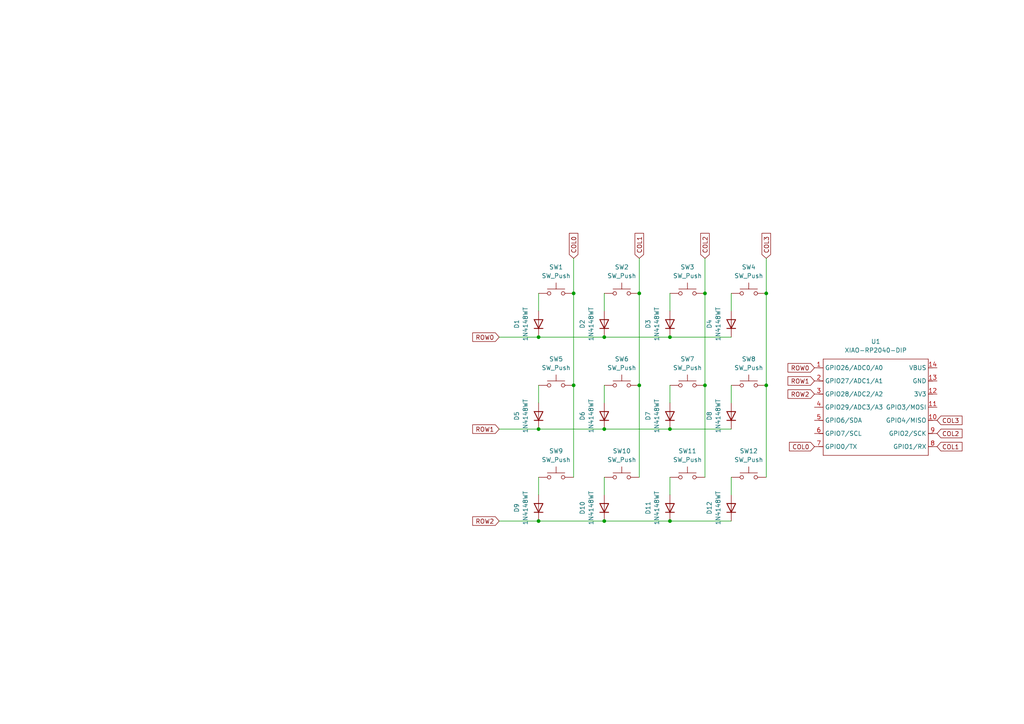
<source format=kicad_sch>
(kicad_sch (version 20250114) (generator "eeschema") (generator_version "9.0")
  (paper "A4")
  (lib_symbols
    (symbol "Diode:1N4148WT" (pin_numbers (hide yes)) (pin_names (hide yes))
      (property "Reference" "D" (at 0 2.54 0))
      (property "Value" "1N4148WT" (at 0 -2.54 0))
      (symbol "1N4148WT_0_1"
        (polyline (pts (xy -1.27 1.27) (xy -1.27 -1.27)) (stroke (width 0.254)))
        (polyline (pts (xy 1.27 1.27) (xy 1.27 -1.27) (xy -1.27 0) (xy 1.27 1.27)) (stroke (width 0.254)))
        (polyline (pts (xy 1.27 0) (xy -1.27 0)))
      )
      (symbol "1N4148WT_1_1"
        (pin passive line (at -3.81 0 0) (length 2.54) (name "K") (number "1"))
        (pin passive line (at 3.81 0 180) (length 2.54) (name "A") (number "2"))
      )
    )
    (symbol "Seeed_Studio_XIAO_Series:XIAO-RP2040-DIP"
      (property "Reference" "U" (at 0 0 0))
      (property "Value" "XIAO-RP2040-DIP" (at 5.334 -1.778 0))
      (symbol "XIAO-RP2040-DIP_1_0"
        (polyline (pts (xy -1.27 -2.54) (xy 29.21 -2.54)) (stroke (width 0.1524)))
        (polyline (pts (xy -1.27 -5.08) (xy -2.54 -5.08)) (stroke (width 0.1524)))
        (polyline (pts (xy -1.27 -5.08) (xy -1.27 -2.54)) (stroke (width 0.1524)))
        (polyline (pts (xy -1.27 -8.89) (xy -2.54 -8.89)) (stroke (width 0.1524)))
        (polyline (pts (xy -1.27 -8.89) (xy -1.27 -5.08)) (stroke (width 0.1524)))
        (polyline (pts (xy -1.27 -12.7) (xy -2.54 -12.7)) (stroke (width 0.1524)))
        (polyline (pts (xy -1.27 -12.7) (xy -1.27 -8.89)) (stroke (width 0.1524)))
        (polyline (pts (xy -1.27 -16.51) (xy -2.54 -16.51)) (stroke (width 0.1524)))
        (polyline (pts (xy -1.27 -16.51) (xy -1.27 -12.7)) (stroke (width 0.1524)))
        (polyline (pts (xy -1.27 -20.32) (xy -2.54 -20.32)) (stroke (width 0.1524)))
        (polyline (pts (xy -1.27 -24.13) (xy -2.54 -24.13)) (stroke (width 0.1524)))
        (polyline (pts (xy -1.27 -27.94) (xy -2.54 -27.94)) (stroke (width 0.1524)))
        (polyline (pts (xy -1.27 -30.48) (xy -1.27 -16.51)) (stroke (width 0.1524)))
        (polyline (pts (xy 29.21 -2.54) (xy 29.21 -5.08)) (stroke (width 0.1524)))
        (polyline (pts (xy 29.21 -5.08) (xy 29.21 -8.89)) (stroke (width 0.1524)))
        (polyline (pts (xy 29.21 -8.89) (xy 29.21 -12.7)) (stroke (width 0.1524)))
        (polyline (pts (xy 29.21 -12.7) (xy 29.21 -30.48)) (stroke (width 0.1524)))
        (polyline (pts (xy 29.21 -30.48) (xy -1.27 -30.48)) (stroke (width 0.1524)))
        (polyline (pts (xy 30.48 -5.08) (xy 29.21 -5.08)) (stroke (width 0.1524)))
        (polyline (pts (xy 30.48 -8.89) (xy 29.21 -8.89)) (stroke (width 0.1524)))
        (polyline (pts (xy 30.48 -12.7) (xy 29.21 -12.7)) (stroke (width 0.1524)))
        (polyline (pts (xy 30.48 -16.51) (xy 29.21 -16.51)) (stroke (width 0.1524)))
        (polyline (pts (xy 30.48 -20.32) (xy 29.21 -20.32)) (stroke (width 0.1524)))
        (polyline (pts (xy 30.48 -24.13) (xy 29.21 -24.13)) (stroke (width 0.1524)))
        (polyline (pts (xy 30.48 -27.94) (xy 29.21 -27.94)) (stroke (width 0.1524)))
        (pin passive line (at -3.81 -5.08 0) (length 2.54) (name "GPIO26/ADC0/A0") (number "1"))
        (pin passive line (at -3.81 -8.89 0) (length 2.54) (name "GPIO27/ADC1/A1") (number "2"))
        (pin passive line (at -3.81 -12.7 0) (length 2.54) (name "GPIO28/ADC2/A2") (number "3"))
        (pin passive line (at -3.81 -16.51 0) (length 2.54) (name "GPIO29/ADC3/A3") (number "4"))
        (pin passive line (at -3.81 -20.32 0) (length 2.54) (name "GPIO6/SDA") (number "5"))
        (pin passive line (at -3.81 -24.13 0) (length 2.54) (name "GPIO7/SCL") (number "6"))
        (pin passive line (at -3.81 -27.94 0) (length 2.54) (name "GPIO0/TX") (number "7"))
        (pin passive line (at 31.75 -5.08 180) (length 2.54) (name "VBUS") (number "14"))
        (pin passive line (at 31.75 -8.89 180) (length 2.54) (name "GND") (number "13"))
        (pin passive line (at 31.75 -12.7 180) (length 2.54) (name "3V3") (number "12"))
        (pin passive line (at 31.75 -16.51 180) (length 2.54) (name "GPIO3/MOSI") (number "11"))
        (pin passive line (at 31.75 -20.32 180) (length 2.54) (name "GPIO4/MISO") (number "10"))
        (pin passive line (at 31.75 -24.13 180) (length 2.54) (name "GPIO2/SCK") (number "9"))
        (pin passive line (at 31.75 -27.94 180) (length 2.54) (name "GPIO1/RX") (number "8"))
      )
    )
    (symbol "Switch:SW_Push" (pin_numbers (hide yes)) (pin_names (offset 1.016) (hide yes))
      (property "Reference" "SW" (at 1.27 2.54 0))
      (property "Value" "SW_Push" (at 0 -1.524 0))
      (symbol "SW_Push_0_1"
        (circle (center -2.032 0) (radius 0.508))
        (polyline (pts (xy 0 1.27) (xy 0 3.048)))
        (circle (center 2.032 0) (radius 0.508))
        (polyline (pts (xy 2.54 1.27) (xy -2.54 1.27)))
        (pin passive line (at -5.08 0 0) (length 2.54) (name "1") (number "1"))
        (pin passive line (at 5.08 0 180) (length 2.54) (name "2") (number "2"))
      )
    )
  )
  (junction (at 204.47 111.76))
  (junction (at 204.47 85.09))
  (junction (at 175.26 97.79))
  (junction (at 166.37 111.76))
  (junction (at 194.31 124.46))
  (junction (at 185.42 85.09))
  (junction (at 175.26 124.46))
  (junction (at 156.21 97.79))
  (junction (at 175.26 151.13))
  (junction (at 166.37 85.09))
  (junction (at 194.31 97.79))
  (junction (at 156.21 124.46))
  (junction (at 156.21 151.13))
  (junction (at 185.42 111.76))
  (junction (at 222.25 85.09))
  (junction (at 194.31 151.13))
  (junction (at 222.25 111.76))
  (wire (pts (xy 144.78 124.46) (xy 156.21 124.46)))
  (wire (pts (xy 185.42 85.09) (xy 185.42 111.76)))
  (wire (pts (xy 156.21 151.13) (xy 175.26 151.13)))
  (wire (pts (xy 166.37 85.09) (xy 166.37 111.76)))
  (wire (pts (xy 156.21 138.43) (xy 156.21 143.51)))
  (wire (pts (xy 204.47 85.09) (xy 204.47 111.76)))
  (wire (pts (xy 156.21 97.79) (xy 175.26 97.79)))
  (wire (pts (xy 166.37 111.76) (xy 166.37 138.43)))
  (wire (pts (xy 194.31 124.46) (xy 212.09 124.46)))
  (wire (pts (xy 175.26 124.46) (xy 194.31 124.46)))
  (wire (pts (xy 185.42 111.76) (xy 185.42 138.43)))
  (wire (pts (xy 166.37 74.93) (xy 166.37 85.09)))
  (wire (pts (xy 194.31 138.43) (xy 194.31 143.51)))
  (wire (pts (xy 212.09 111.76) (xy 212.09 116.84)))
  (wire (pts (xy 222.25 74.93) (xy 222.25 85.09)))
  (wire (pts (xy 175.26 97.79) (xy 194.31 97.79)))
  (wire (pts (xy 194.31 111.76) (xy 194.31 116.84)))
  (wire (pts (xy 212.09 85.09) (xy 212.09 90.17)))
  (wire (pts (xy 156.21 85.09) (xy 156.21 90.17)))
  (wire (pts (xy 175.26 111.76) (xy 175.26 116.84)))
  (wire (pts (xy 194.31 97.79) (xy 212.09 97.79)))
  (wire (pts (xy 222.25 85.09) (xy 222.25 111.76)))
  (wire (pts (xy 185.42 74.93) (xy 185.42 85.09)))
  (wire (pts (xy 175.26 151.13) (xy 194.31 151.13)))
  (wire (pts (xy 194.31 151.13) (xy 212.09 151.13)))
  (wire (pts (xy 156.21 124.46) (xy 175.26 124.46)))
  (wire (pts (xy 194.31 85.09) (xy 194.31 90.17)))
  (wire (pts (xy 204.47 74.93) (xy 204.47 85.09)))
  (wire (pts (xy 222.25 111.76) (xy 222.25 138.43)))
  (wire (pts (xy 144.78 97.79) (xy 156.21 97.79)))
  (wire (pts (xy 156.21 111.76) (xy 156.21 116.84)))
  (wire (pts (xy 144.78 151.13) (xy 156.21 151.13)))
  (wire (pts (xy 175.26 138.43) (xy 175.26 143.51)))
  (wire (pts (xy 204.47 111.76) (xy 204.47 138.43)))
  (wire (pts (xy 212.09 138.43) (xy 212.09 143.51)))
  (wire (pts (xy 175.26 85.09) (xy 175.26 90.17)))
  (global_label "COL2" (shape input) (at 271.78 125.73 0) (property "Intersheetrefs" "${INTERSHEET_REFS}" (effects (hide yes))))
  (global_label "COL2" (shape input) (at 204.47 74.93 90) (property "Intersheetrefs" "${INTERSHEET_REFS}" (effects (hide yes))))
  (global_label "ROW2" (shape input) (at 144.78 151.13 180) (property "Intersheetrefs" "${INTERSHEET_REFS}" (effects (hide yes))))
  (global_label "ROW0" (shape input) (at 144.78 97.79 180) (property "Intersheetrefs" "${INTERSHEET_REFS}" (effects (hide yes))))
  (global_label "COL1" (shape input) (at 185.42 74.93 90) (property "Intersheetrefs" "${INTERSHEET_REFS}" (effects (hide yes))))
  (global_label "COL0" (shape input) (at 236.22 129.54 180) (property "Intersheetrefs" "${INTERSHEET_REFS}" (effects (hide yes))))
  (global_label "COL1" (shape input) (at 271.78 129.54 0) (property "Intersheetrefs" "${INTERSHEET_REFS}" (effects (hide yes))))
  (global_label "COL3" (shape input) (at 222.25 74.93 90) (property "Intersheetrefs" "${INTERSHEET_REFS}" (effects (hide yes))))
  (global_label "ROW1" (shape input) (at 144.78 124.46 180) (property "Intersheetrefs" "${INTERSHEET_REFS}" (effects (hide yes))))
  (global_label "COL0" (shape input) (at 166.37 74.93 90) (property "Intersheetrefs" "${INTERSHEET_REFS}" (effects (hide yes))))
  (global_label "ROW0" (shape input) (at 236.22 106.68 180) (property "Intersheetrefs" "${INTERSHEET_REFS}" (effects (hide yes))))
  (global_label "ROW2" (shape input) (at 236.22 114.3 180) (property "Intersheetrefs" "${INTERSHEET_REFS}" (effects (hide yes))))
  (global_label "COL3" (shape input) (at 271.78 121.92 0) (property "Intersheetrefs" "${INTERSHEET_REFS}" (effects (hide yes))))
  (global_label "ROW1" (shape input) (at 236.22 110.49 180) (property "Intersheetrefs" "${INTERSHEET_REFS}" (effects (hide yes))))
  (symbol (lib_id "Switch:SW_Push") (at 199.39 111.76 0) (unit 1)
    (property "Reference" "SW7" (at 199.39 104.14 0))
    (property "Value" "SW_Push" (at 199.39 106.68 0))
    (property "Footprint" "Button_Switch_Keyboard:SW_Cherry_MX_1.00u_PCB" (effects (hide yes)))
    (property "Description" "Push button switch, generic, two pins" (effects (hide yes)))
  )
  (symbol (lib_id "Switch:SW_Push") (at 180.34 138.43 0) (unit 1)
    (property "Reference" "SW10" (at 180.34 130.81 0))
    (property "Value" "SW_Push" (at 180.34 133.35 0))
    (property "Footprint" "Button_Switch_Keyboard:SW_Cherry_MX_1.00u_PCB" (effects (hide yes)))
    (property "Description" "Push button switch, generic, two pins" (effects (hide yes)))
  )
  (symbol (lib_id "Switch:SW_Push") (at 161.29 111.76 0) (unit 1)
    (property "Reference" "SW5" (at 161.29 104.14 0))
    (property "Value" "SW_Push" (at 161.29 106.68 0))
    (property "Footprint" "Button_Switch_Keyboard:SW_Cherry_MX_1.00u_PCB" (effects (hide yes)))
    (property "Description" "Push button switch, generic, two pins" (effects (hide yes)))
  )
  (symbol (lib_id "Switch:SW_Push") (at 180.34 85.09 0) (unit 1)
    (property "Reference" "SW2" (at 180.34 77.47 0))
    (property "Value" "SW_Push" (at 180.34 80.01 0))
    (property "Footprint" "Button_Switch_Keyboard:SW_Cherry_MX_1.00u_PCB" (effects (hide yes)))
    (property "Description" "Push button switch, generic, two pins" (effects (hide yes)))
  )
  (symbol (lib_id "Switch:SW_Push") (at 199.39 85.09 0) (unit 1)
    (property "Reference" "SW3" (at 199.39 77.47 0))
    (property "Value" "SW_Push" (at 199.39 80.01 0))
    (property "Footprint" "Button_Switch_Keyboard:SW_Cherry_MX_1.00u_PCB" (effects (hide yes)))
    (property "Description" "Push button switch, generic, two pins" (effects (hide yes)))
  )
  (symbol (lib_id "Switch:SW_Push") (at 217.17 138.43 0) (unit 1)
    (property "Reference" "SW12" (at 217.17 130.81 0))
    (property "Value" "SW_Push" (at 217.17 133.35 0))
    (property "Footprint" "Button_Switch_Keyboard:SW_Cherry_MX_1.00u_PCB" (effects (hide yes)))
    (property "Description" "Push button switch, generic, two pins" (effects (hide yes)))
  )
  (symbol (lib_id "Switch:SW_Push") (at 217.17 85.09 0) (unit 1)
    (property "Reference" "SW4" (at 217.17 77.47 0))
    (property "Value" "SW_Push" (at 217.17 80.01 0))
    (property "Footprint" "Button_Switch_Keyboard:SW_Cherry_MX_1.00u_PCB" (effects (hide yes)))
    (property "Description" "Push button switch, generic, two pins" (effects (hide yes)))
  )
  (symbol (lib_id "Switch:SW_Push") (at 161.29 85.09 0) (unit 1)
    (property "Reference" "SW1" (at 161.29 77.47 0))
    (property "Value" "SW_Push" (at 161.29 80.01 0))
    (property "Footprint" "Button_Switch_Keyboard:SW_Cherry_MX_1.00u_PCB" (effects (hide yes)))
    (property "Description" "Push button switch, generic, two pins" (effects (hide yes)))
  )
  (symbol (lib_id "Switch:SW_Push") (at 161.29 138.43 0) (unit 1)
    (property "Reference" "SW9" (at 161.29 130.81 0))
    (property "Value" "SW_Push" (at 161.29 133.35 0))
    (property "Footprint" "Button_Switch_Keyboard:SW_Cherry_MX_1.00u_PCB" (effects (hide yes)))
    (property "Description" "Push button switch, generic, two pins" (effects (hide yes)))
  )
  (symbol (lib_id "Diode:1N4148WT") (at 175.26 120.65 90) (unit 1)
    (property "Reference" "D6" (at 168.91 120.65 0))
    (property "Value" "1N4148WT" (at 171.45 120.65 0))
    (property "Footprint" "Diode_SMD:D_SOD-123" (effects (hide yes)))
    (property "Datasheet" "https://www.diodes.com/assets/Datasheets/ds30396.pdf" (effects (hide yes)))
    (property "Description" "75V 0.15A Fast switching Diode, SOD-523" (effects (hide yes)))
    (property "Sim.Device" "D" (effects (hide yes)))
    (property "Sim.Pins" "1=K 2=A" (effects (hide yes)))
  )
  (symbol (lib_id "Diode:1N4148WT") (at 175.26 147.32 90) (unit 1)
    (property "Reference" "D10" (at 168.91 147.32 0))
    (property "Value" "1N4148WT" (at 171.45 147.32 0))
    (property "Footprint" "Diode_SMD:D_SOD-123" (effects (hide yes)))
    (property "Datasheet" "https://www.diodes.com/assets/Datasheets/ds30396.pdf" (effects (hide yes)))
    (property "Description" "75V 0.15A Fast switching Diode, SOD-523" (effects (hide yes)))
    (property "Sim.Device" "D" (effects (hide yes)))
    (property "Sim.Pins" "1=K 2=A" (effects (hide yes)))
  )
  (symbol (lib_id "Switch:SW_Push") (at 180.34 111.76 0) (unit 1)
    (property "Reference" "SW6" (at 180.34 104.14 0))
    (property "Value" "SW_Push" (at 180.34 106.68 0))
    (property "Footprint" "Button_Switch_Keyboard:SW_Cherry_MX_1.00u_PCB" (effects (hide yes)))
    (property "Description" "Push button switch, generic, two pins" (effects (hide yes)))
  )
  (symbol (lib_id "Diode:1N4148WT") (at 156.21 120.65 90) (unit 1)
    (property "Reference" "D5" (at 149.86 120.65 0))
    (property "Value" "1N4148WT" (at 152.4 120.65 0))
    (property "Footprint" "Diode_SMD:D_SOD-123" (effects (hide yes)))
    (property "Datasheet" "https://www.diodes.com/assets/Datasheets/ds30396.pdf" (effects (hide yes)))
    (property "Description" "75V 0.15A Fast switching Diode, SOD-523" (effects (hide yes)))
    (property "Sim.Device" "D" (effects (hide yes)))
    (property "Sim.Pins" "1=K 2=A" (effects (hide yes)))
  )
  (symbol (lib_id "Switch:SW_Push") (at 199.39 138.43 0) (unit 1)
    (property "Reference" "SW11" (at 199.39 130.81 0))
    (property "Value" "SW_Push" (at 199.39 133.35 0))
    (property "Footprint" "Button_Switch_Keyboard:SW_Cherry_MX_1.00u_PCB" (effects (hide yes)))
    (property "Description" "Push button switch, generic, two pins" (effects (hide yes)))
  )
  (symbol (lib_id "Diode:1N4148WT") (at 212.09 147.32 90) (unit 1)
    (property "Reference" "D12" (at 205.74 147.32 0))
    (property "Value" "1N4148WT" (at 208.28 147.32 0))
    (property "Footprint" "Diode_SMD:D_SOD-123" (effects (hide yes)))
    (property "Datasheet" "https://www.diodes.com/assets/Datasheets/ds30396.pdf" (effects (hide yes)))
    (property "Description" "75V 0.15A Fast switching Diode, SOD-523" (effects (hide yes)))
    (property "Sim.Device" "D" (effects (hide yes)))
    (property "Sim.Pins" "1=K 2=A" (effects (hide yes)))
  )
  (symbol (lib_id "Switch:SW_Push") (at 217.17 111.76 0) (unit 1)
    (property "Reference" "SW8" (at 217.17 104.14 0))
    (property "Value" "SW_Push" (at 217.17 106.68 0))
    (property "Footprint" "Button_Switch_Keyboard:SW_Cherry_MX_1.00u_PCB" (effects (hide yes)))
    (property "Description" "Push button switch, generic, two pins" (effects (hide yes)))
  )
  (symbol (lib_id "Diode:1N4148WT") (at 194.31 147.32 90) (unit 1)
    (property "Reference" "D11" (at 187.96 147.32 0))
    (property "Value" "1N4148WT" (at 190.5 147.32 0))
    (property "Footprint" "Diode_SMD:D_SOD-123" (effects (hide yes)))
    (property "Datasheet" "https://www.diodes.com/assets/Datasheets/ds30396.pdf" (effects (hide yes)))
    (property "Description" "75V 0.15A Fast switching Diode, SOD-523" (effects (hide yes)))
    (property "Sim.Device" "D" (effects (hide yes)))
    (property "Sim.Pins" "1=K 2=A" (effects (hide yes)))
  )
  (symbol (lib_id "Diode:1N4148WT") (at 175.26 93.98 90) (unit 1)
    (property "Reference" "D2" (at 168.91 93.98 0))
    (property "Value" "1N4148WT" (at 171.45 93.98 0))
    (property "Footprint" "Diode_SMD:D_SOD-123" (effects (hide yes)))
    (property "Datasheet" "https://www.diodes.com/assets/Datasheets/ds30396.pdf" (effects (hide yes)))
    (property "Description" "75V 0.15A Fast switching Diode, SOD-523" (effects (hide yes)))
    (property "Sim.Device" "D" (effects (hide yes)))
    (property "Sim.Pins" "1=K 2=A" (effects (hide yes)))
  )
  (symbol (lib_id "Diode:1N4148WT") (at 156.21 147.32 90) (unit 1)
    (property "Reference" "D9" (at 149.86 147.32 0))
    (property "Value" "1N4148WT" (at 152.4 147.32 0))
    (property "Footprint" "Diode_SMD:D_SOD-123" (effects (hide yes)))
    (property "Datasheet" "https://www.diodes.com/assets/Datasheets/ds30396.pdf" (effects (hide yes)))
    (property "Description" "75V 0.15A Fast switching Diode, SOD-523" (effects (hide yes)))
    (property "Sim.Device" "D" (effects (hide yes)))
    (property "Sim.Pins" "1=K 2=A" (effects (hide yes)))
  )
  (symbol (lib_id "Diode:1N4148WT") (at 212.09 120.65 90) (unit 1)
    (property "Reference" "D8" (at 205.74 120.65 0))
    (property "Value" "1N4148WT" (at 208.28 120.65 0))
    (property "Footprint" "Diode_SMD:D_SOD-123" (effects (hide yes)))
    (property "Datasheet" "https://www.diodes.com/assets/Datasheets/ds30396.pdf" (effects (hide yes)))
    (property "Description" "75V 0.15A Fast switching Diode, SOD-523" (effects (hide yes)))
    (property "Sim.Device" "D" (effects (hide yes)))
    (property "Sim.Pins" "1=K 2=A" (effects (hide yes)))
  )
  (symbol (lib_id "Diode:1N4148WT") (at 194.31 120.65 90) (unit 1)
    (property "Reference" "D7" (at 187.96 120.65 0))
    (property "Value" "1N4148WT" (at 190.5 120.65 0))
    (property "Footprint" "Diode_SMD:D_SOD-123" (effects (hide yes)))
    (property "Datasheet" "https://www.diodes.com/assets/Datasheets/ds30396.pdf" (effects (hide yes)))
    (property "Description" "75V 0.15A Fast switching Diode, SOD-523" (effects (hide yes)))
    (property "Sim.Device" "D" (effects (hide yes)))
    (property "Sim.Pins" "1=K 2=A" (effects (hide yes)))
  )
  (symbol (lib_id "Diode:1N4148WT") (at 194.31 93.98 90) (unit 1)
    (property "Reference" "D3" (at 187.96 93.98 0))
    (property "Value" "1N4148WT" (at 190.5 93.98 0))
    (property "Footprint" "Diode_SMD:D_SOD-123" (effects (hide yes)))
    (property "Datasheet" "https://www.diodes.com/assets/Datasheets/ds30396.pdf" (effects (hide yes)))
    (property "Description" "75V 0.15A Fast switching Diode, SOD-523" (effects (hide yes)))
    (property "Sim.Device" "D" (effects (hide yes)))
    (property "Sim.Pins" "1=K 2=A" (effects (hide yes)))
  )
  (symbol (lib_id "Seeed_Studio_XIAO_Series:XIAO-RP2040-DIP") (at 240.03 101.6 0) (unit 1)
    (property "Reference" "U1" (at 254 99.06 0))
    (property "Value" "XIAO-RP2040-DIP" (at 254 101.6 0))
    (property "Footprint" "Seeed Studio XIAO Series Library:XIAO-RP2040-DIP" (effects (hide yes)))
  )
  (symbol (lib_id "Diode:1N4148WT") (at 212.09 93.98 90) (unit 1)
    (property "Reference" "D4" (at 205.74 93.98 0))
    (property "Value" "1N4148WT" (at 208.28 93.98 0))
    (property "Footprint" "Diode_SMD:D_SOD-123" (effects (hide yes)))
    (property "Datasheet" "https://www.diodes.com/assets/Datasheets/ds30396.pdf" (effects (hide yes)))
    (property "Description" "75V 0.15A Fast switching Diode, SOD-523" (effects (hide yes)))
    (property "Sim.Device" "D" (effects (hide yes)))
    (property "Sim.Pins" "1=K 2=A" (effects (hide yes)))
  )
  (symbol (lib_id "Diode:1N4148WT") (at 156.21 93.98 90) (unit 1)
    (property "Reference" "D1" (at 149.86 93.98 0))
    (property "Value" "1N4148WT" (at 152.4 93.98 0))
    (property "Footprint" "Diode_SMD:D_SOD-123" (effects (hide yes)))
    (property "Datasheet" "https://www.diodes.com/assets/Datasheets/ds30396.pdf" (effects (hide yes)))
    (property "Description" "75V 0.15A Fast switching Diode, SOD-523" (effects (hide yes)))
    (property "Sim.Device" "D" (effects (hide yes)))
    (property "Sim.Pins" "1=K 2=A" (effects (hide yes)))
  )
)
</source>
